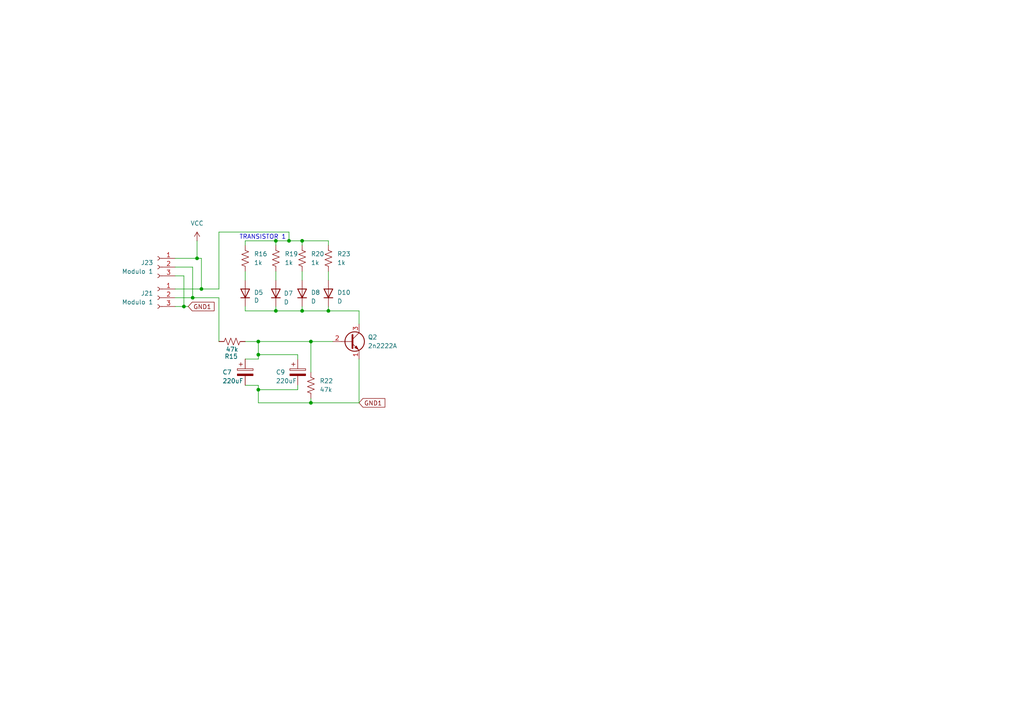
<source format=kicad_sch>
(kicad_sch (version 20250114) (generator "eeschema") (generator_version "9.0")
  (paper "A4")
  (title_block (title "esquemático 03 - módulos"))
  (lib_symbols
    (symbol "Connector:Conn_01x03_Socket" (pin_names (offset 1.016) (hide yes))
      (property "Reference" "J" (at 0 5.08 0))
      (property "Value" "Conn_01x03_Socket" (at 0 -5.08 0))
      (symbol "Conn_01x03_Socket_1_1"
        (polyline (pts (xy -1.27 2.54) (xy -0.508 2.54)) (stroke (width 0.1524)))
        (polyline (pts (xy -1.27 0) (xy -0.508 0)) (stroke (width 0.1524)))
        (polyline (pts (xy -1.27 -2.54) (xy -0.508 -2.54)) (stroke (width 0.1524)))
        (arc (start 0 2.032) (mid -0.5058 2.54) (end 0 3.048) (stroke (width 0.1524)))
        (arc (start 0 -0.508) (mid -0.5058 0) (end 0 0.508) (stroke (width 0.1524)))
        (arc (start 0 -3.048) (mid -0.5058 -2.54) (end 0 -2.032) (stroke (width 0.1524)))
        (pin passive line (at -5.08 2.54 0) (length 3.81) (name "Pin_1") (number "1"))
        (pin passive line (at -5.08 0 0) (length 3.81) (name "Pin_2") (number "2"))
        (pin passive line (at -5.08 -2.54 0) (length 3.81) (name "Pin_3") (number "3"))
      )
    )
    (symbol "Device:C_Polarized" (pin_numbers (hide yes)) (pin_names (offset 0.254))
      (property "Reference" "C" (at 0.635 2.54 0))
      (property "Value" "C_Polarized" (at 0.635 -2.54 0))
      (symbol "C_Polarized_0_1"
        (rectangle (start -2.286 0.508) (end 2.286 1.016))
        (polyline (pts (xy -1.778 2.286) (xy -0.762 2.286)))
        (polyline (pts (xy -1.27 2.794) (xy -1.27 1.778)))
        (rectangle (start 2.286 -0.508) (end -2.286 -1.016) (fill (type outline)))
      )
      (symbol "C_Polarized_1_1"
        (pin passive line (at 0 3.81 270) (length 2.794) (name "~") (number "1"))
        (pin passive line (at 0 -3.81 90) (length 2.794) (name "~") (number "2"))
      )
    )
    (symbol "Device:D" (pin_numbers (hide yes)) (pin_names (offset 1.016) (hide yes))
      (property "Reference" "D" (at 0 2.54 0))
      (property "Value" "D" (at 0 -2.54 0))
      (symbol "D_0_1"
        (polyline (pts (xy -1.27 1.27) (xy -1.27 -1.27)) (stroke (width 0.254)))
        (polyline (pts (xy 1.27 1.27) (xy 1.27 -1.27) (xy -1.27 0) (xy 1.27 1.27)) (stroke (width 0.254)))
        (polyline (pts (xy 1.27 0) (xy -1.27 0)))
      )
      (symbol "D_1_1"
        (pin passive line (at -3.81 0 0) (length 2.54) (name "K") (number "1"))
        (pin passive line (at 3.81 0 180) (length 2.54) (name "A") (number "2"))
      )
    )
    (symbol "Device:R_US" (pin_numbers (hide yes)) (pin_names (offset 0))
      (property "Reference" "R" (at 2.54 0 90))
      (property "Value" "R_US" (at -2.54 0 90))
      (symbol "R_US_0_1"
        (polyline (pts (xy 0 2.286) (xy 0 2.54)))
        (polyline (pts (xy 0 2.286) (xy 1.016 1.905) (xy 0 1.524) (xy -1.016 1.143) (xy 0 0.762)))
        (polyline (pts (xy 0 0.762) (xy 1.016 0.381) (xy 0 0) (xy -1.016 -0.381) (xy 0 -0.762)))
        (polyline (pts (xy 0 -0.762) (xy 1.016 -1.143) (xy 0 -1.524) (xy -1.016 -1.905) (xy 0 -2.286)))
        (polyline (pts (xy 0 -2.286) (xy 0 -2.54)))
      )
      (symbol "R_US_1_1"
        (pin passive line (at 0 3.81 270) (length 1.27) (name "~") (number "1"))
        (pin passive line (at 0 -3.81 90) (length 1.27) (name "~") (number "2"))
      )
    )
    (symbol "Transistor_BJT:2N2219" (pin_names (offset 0) (hide yes))
      (property "Reference" "Q" (at 5.08 1.905 0))
      (property "Value" "2N2219" (at 5.08 0 0))
      (symbol "2N2219_0_1"
        (polyline (pts (xy -2.54 0) (xy 0.635 0)))
        (polyline (pts (xy 0.635 1.905) (xy 0.635 -1.905)) (stroke (width 0.508)))
        (circle (center 1.27 0) (radius 2.8194) (stroke (width 0.254)))
      )
      (symbol "2N2219_1_1"
        (polyline (pts (xy 0.635 0.635) (xy 2.54 2.54)))
        (polyline (pts (xy 0.635 -0.635) (xy 2.54 -2.54)))
        (polyline (pts (xy 1.27 -1.778) (xy 1.778 -1.27) (xy 2.286 -2.286) (xy 1.27 -1.778)) (fill (type outline)))
        (pin input line (at -5.08 0 0) (length 2.54) (name "B") (number "2"))
        (pin passive line (at 2.54 5.08 270) (length 2.54) (name "C") (number "3"))
        (pin passive line (at 2.54 -5.08 90) (length 2.54) (name "E") (number "1"))
      )
    )
    (symbol "power:VCC" (power) (pin_numbers (hide yes)) (pin_names (offset 0) (hide yes))
      (property "Value" "VCC" (at 0 3.556 0))
      (symbol "VCC_0_1"
        (polyline (pts (xy -0.762 1.27) (xy 0 2.54)))
        (polyline (pts (xy 0 2.54) (xy 0.762 1.27)))
        (polyline (pts (xy 0 0) (xy 0 2.54)))
      )
      (symbol "VCC_1_1"
        (pin power_in line (at 0 0 90) (length 0) (name "~") (number "1"))
      )
    )
  )
  (text "TRANSISTOR 1" (at 76.2 68.834 0) (effects (font (size 1.27 1.27))))
  (junction (at 74.93 113.03))
  (junction (at 74.93 99.06))
  (junction (at 58.42 83.82))
  (junction (at 83.82 69.85))
  (junction (at 95.25 90.17))
  (junction (at 57.15 74.93))
  (junction (at 80.01 69.85))
  (junction (at 55.88 86.36))
  (junction (at 90.17 99.06))
  (junction (at 87.63 90.17))
  (junction (at 80.01 90.17))
  (junction (at 87.63 69.85))
  (junction (at 74.93 102.87))
  (junction (at 53.34 88.9))
  (junction (at 90.17 116.84))
  (wire (pts (xy 86.36 111.76) (xy 86.36 113.03)))
  (wire (pts (xy 90.17 99.06) (xy 90.17 107.95)))
  (wire (pts (xy 83.82 67.31) (xy 83.82 69.85)))
  (wire (pts (xy 95.25 78.74) (xy 95.25 81.28)))
  (wire (pts (xy 74.93 113.03) (xy 74.93 116.84)))
  (wire (pts (xy 87.63 71.12) (xy 87.63 69.85)))
  (wire (pts (xy 55.88 86.36) (xy 63.5 86.36)))
  (wire (pts (xy 71.12 78.74) (xy 71.12 81.28)))
  (wire (pts (xy 71.12 71.12) (xy 71.12 69.85)))
  (wire (pts (xy 58.42 83.82) (xy 50.8 83.82)))
  (wire (pts (xy 74.93 102.87) (xy 86.36 102.87)))
  (wire (pts (xy 50.8 88.9) (xy 53.34 88.9)))
  (wire (pts (xy 50.8 77.47) (xy 55.88 77.47)))
  (wire (pts (xy 74.93 99.06) (xy 90.17 99.06)))
  (wire (pts (xy 104.14 104.14) (xy 104.14 116.84)))
  (wire (pts (xy 74.93 99.06) (xy 74.93 102.87)))
  (wire (pts (xy 63.5 86.36) (xy 63.5 99.06)))
  (wire (pts (xy 90.17 116.84) (xy 104.14 116.84)))
  (wire (pts (xy 74.93 111.76) (xy 71.12 111.76)))
  (wire (pts (xy 55.88 77.47) (xy 55.88 86.36)))
  (wire (pts (xy 104.14 90.17) (xy 104.14 93.98)))
  (wire (pts (xy 87.63 90.17) (xy 95.25 90.17)))
  (wire (pts (xy 83.82 69.85) (xy 87.63 69.85)))
  (wire (pts (xy 63.5 67.31) (xy 83.82 67.31)))
  (wire (pts (xy 53.34 80.01) (xy 53.34 88.9)))
  (wire (pts (xy 50.8 80.01) (xy 53.34 80.01)))
  (wire (pts (xy 63.5 83.82) (xy 58.42 83.82)))
  (wire (pts (xy 71.12 99.06) (xy 74.93 99.06)))
  (wire (pts (xy 71.12 69.85) (xy 80.01 69.85)))
  (wire (pts (xy 74.93 113.03) (xy 86.36 113.03)))
  (wire (pts (xy 95.25 71.12) (xy 95.25 69.85)))
  (wire (pts (xy 80.01 71.12) (xy 80.01 69.85)))
  (wire (pts (xy 74.93 102.87) (xy 74.93 104.14)))
  (wire (pts (xy 80.01 90.17) (xy 87.63 90.17)))
  (wire (pts (xy 86.36 104.14) (xy 86.36 102.87)))
  (wire (pts (xy 58.42 74.93) (xy 58.42 83.82)))
  (wire (pts (xy 50.8 86.36) (xy 55.88 86.36)))
  (wire (pts (xy 74.93 111.76) (xy 74.93 113.03)))
  (wire (pts (xy 53.34 88.9) (xy 54.61 88.9)))
  (wire (pts (xy 63.5 67.31) (xy 63.5 83.82)))
  (wire (pts (xy 74.93 104.14) (xy 71.12 104.14)))
  (wire (pts (xy 87.63 78.74) (xy 87.63 81.28)))
  (wire (pts (xy 90.17 115.57) (xy 90.17 116.84)))
  (wire (pts (xy 74.93 116.84) (xy 90.17 116.84)))
  (wire (pts (xy 95.25 88.9) (xy 95.25 90.17)))
  (wire (pts (xy 57.15 69.85) (xy 57.15 74.93)))
  (wire (pts (xy 71.12 88.9) (xy 71.12 90.17)))
  (wire (pts (xy 57.15 74.93) (xy 58.42 74.93)))
  (wire (pts (xy 80.01 88.9) (xy 80.01 90.17)))
  (wire (pts (xy 95.25 90.17) (xy 104.14 90.17)))
  (wire (pts (xy 95.25 69.85) (xy 87.63 69.85)))
  (wire (pts (xy 87.63 88.9) (xy 87.63 90.17)))
  (wire (pts (xy 80.01 78.74) (xy 80.01 81.28)))
  (wire (pts (xy 50.8 74.93) (xy 57.15 74.93)))
  (wire (pts (xy 71.12 90.17) (xy 80.01 90.17)))
  (wire (pts (xy 90.17 99.06) (xy 96.52 99.06)))
  (wire (pts (xy 80.01 69.85) (xy 83.82 69.85)))
  (global_label "GND1" (shape input) (at 104.14 116.84 0) (property "Intersheetrefs" "${INTERSHEET_REFS}" (effects (hide yes))))
  (global_label "GND1" (shape input) (at 54.61 88.9 0) (property "Intersheetrefs" "${INTERSHEET_REFS}" (effects (hide yes))))
  (symbol (lib_id "Transistor_BJT:2N2219") (at 101.6 99.06 0) (unit 1)
    (property "Reference" "Q2" (at 106.68 97.7899 0) (effects (justify left)))
    (property "Value" "2n2222A" (at 106.68 100.3299 0) (effects (justify left)))
    (property "Footprint" "Package_TO_SOT_THT:TO-92" (effects (hide yes)))
    (property "Datasheet" "http://www.onsemi.com/pub_link/Collateral/2N2219-D.PDF" (effects (hide yes)))
    (property "Description" "800mA Ic, 50V Vce, NPN Transistor, TO-39" (effects (hide yes)))
  )
  (symbol (lib_id "Device:R_US") (at 95.25 74.93 0) (unit 1)
    (property "Reference" "R23" (at 97.79 73.6599 0) (effects (justify left)))
    (property "Value" "1k" (at 97.79 76.1999 0) (effects (justify left)))
    (property "Footprint" "Resistor_THT:R_Axial_DIN0207_L6.3mm_D2.5mm_P10.16mm_Horizontal" (effects (hide yes)))
    (property "Description" "Resistor, US symbol" (effects (hide yes)))
  )
  (symbol (lib_id "Device:R_US") (at 80.01 74.93 0) (unit 1)
    (property "Reference" "R19" (at 82.55 73.6599 0) (effects (justify left)))
    (property "Value" "1k" (at 82.55 76.1999 0) (effects (justify left)))
    (property "Footprint" "Resistor_THT:R_Axial_DIN0207_L6.3mm_D2.5mm_P10.16mm_Horizontal" (effects (hide yes)))
    (property "Description" "Resistor, US symbol" (effects (hide yes)))
  )
  (symbol (lib_id "Connector:Conn_01x03_Socket") (at 45.72 86.36 0) (mirror y) (unit 1)
    (property "Reference" "J21" (at 44.45 85.0899 0) (effects (justify left)))
    (property "Value" "Modulo 1" (at 44.45 87.6299 0) (effects (justify left)))
    (property "Footprint" "Connector_PinHeader_2.54mm:PinHeader_1x03_P2.54mm_Vertical" (effects (hide yes)))
    (property "Description" "Generic connector, single row, 01x03, script generated" (effects (hide yes)))
  )
  (symbol (lib_id "Device:D") (at 71.12 85.09 90) (unit 1)
    (property "Reference" "D5" (at 73.66 84.836 90) (effects (justify right)))
    (property "Value" "D" (at 73.66 87.122 90) (effects (justify right)))
    (property "Footprint" "LED_THT:LED_D5.0mm" (effects (hide yes)))
    (property "Description" "Diode" (effects (hide yes)))
    (property "Sim.Device" "D" (effects (hide yes)))
    (property "Sim.Pins" "1=K 2=A" (effects (hide yes)))
  )
  (symbol (lib_id "Connector:Conn_01x03_Socket") (at 45.72 77.47 0) (mirror y) (unit 1)
    (property "Reference" "J23" (at 44.45 76.1999 0) (effects (justify left)))
    (property "Value" "Modulo 1" (at 44.45 78.7399 0) (effects (justify left)))
    (property "Footprint" "Connector_PinHeader_2.54mm:PinHeader_1x03_P2.54mm_Vertical" (effects (hide yes)))
    (property "Description" "Generic connector, single row, 01x03, script generated" (effects (hide yes)))
  )
  (symbol (lib_id "Device:R_US") (at 71.12 74.93 0) (unit 1)
    (property "Reference" "R16" (at 73.66 73.6599 0) (effects (justify left)))
    (property "Value" "1k" (at 73.66 76.1999 0) (effects (justify left)))
    (property "Footprint" "Resistor_THT:R_Axial_DIN0207_L6.3mm_D2.5mm_P10.16mm_Horizontal" (effects (hide yes)))
    (property "Description" "Resistor, US symbol" (effects (hide yes)))
  )
  (symbol (lib_id "Device:R_US") (at 87.63 74.93 0) (unit 1)
    (property "Reference" "R20" (at 90.17 73.6599 0) (effects (justify left)))
    (property "Value" "1k" (at 90.17 76.1999 0) (effects (justify left)))
    (property "Footprint" "Resistor_THT:R_Axial_DIN0207_L6.3mm_D2.5mm_P10.16mm_Horizontal" (effects (hide yes)))
    (property "Description" "Resistor, US symbol" (effects (hide yes)))
  )
  (symbol (lib_id "Device:C_Polarized") (at 71.12 107.95 0) (unit 1)
    (property "Reference" "C7" (at 64.516 107.95 0) (effects (justify left)))
    (property "Value" "220uF" (at 64.516 110.49 0) (effects (justify left)))
    (property "Footprint" "Capacitor_THT:CP_Radial_D6.3mm_P2.50mm" (effects (hide yes)))
    (property "Description" "Polarized capacitor" (effects (hide yes)))
  )
  (symbol (lib_id "Device:D") (at 80.01 85.09 90) (unit 1)
    (property "Reference" "D7" (at 82.296 85.09 90) (effects (justify right)))
    (property "Value" "D" (at 82.296 87.63 90) (effects (justify right)))
    (property "Footprint" "LED_THT:LED_D5.0mm" (effects (hide yes)))
    (property "Description" "Diode" (effects (hide yes)))
    (property "Sim.Device" "D" (effects (hide yes)))
    (property "Sim.Pins" "1=K 2=A" (effects (hide yes)))
  )
  (symbol (lib_id "Device:C_Polarized") (at 86.36 107.95 0) (unit 1)
    (property "Reference" "C9" (at 80.01 107.95 0) (effects (justify left)))
    (property "Value" "220uF" (at 80.01 110.49 0) (effects (justify left)))
    (property "Footprint" "Capacitor_THT:CP_Radial_D6.3mm_P2.50mm" (effects (hide yes)))
    (property "Description" "Polarized capacitor" (effects (hide yes)))
  )
  (symbol (lib_id "power:VCC") (at 57.15 69.85 0) (unit 1)
    (property "Reference" "#PWR04" (effects (hide yes)))
    (property "Value" "VCC" (at 57.15 64.77 0))
    (property "Description" "Power symbol creates a global label with name \"VCC\"" (effects (hide yes)))
  )
  (symbol (lib_id "Device:R_US") (at 67.31 99.06 90) (unit 1)
    (property "Reference" "R15" (at 67.056 103.378 90))
    (property "Value" "47k" (at 67.31 101.346 90))
    (property "Footprint" "Resistor_THT:R_Axial_DIN0207_L6.3mm_D2.5mm_P10.16mm_Horizontal" (effects (hide yes)))
    (property "Description" "Resistor, US symbol" (effects (hide yes)))
  )
  (symbol (lib_id "Device:R_US") (at 90.17 111.76 0) (unit 1)
    (property "Reference" "R22" (at 92.71 110.4899 0) (effects (justify left)))
    (property "Value" "47k" (at 92.71 113.0299 0) (effects (justify left)))
    (property "Footprint" "Resistor_THT:R_Axial_DIN0207_L6.3mm_D2.5mm_P10.16mm_Horizontal" (effects (hide yes)))
    (property "Description" "Resistor, US symbol" (effects (hide yes)))
  )
  (symbol (lib_id "Device:D") (at 95.25 85.09 90) (unit 1)
    (property "Reference" "D10" (at 97.79 84.836 90) (effects (justify right)))
    (property "Value" "D" (at 97.79 87.376 90) (effects (justify right)))
    (property "Footprint" "LED_THT:LED_D5.0mm" (effects (hide yes)))
    (property "Description" "Diode" (effects (hide yes)))
    (property "Sim.Device" "D" (effects (hide yes)))
    (property "Sim.Pins" "1=K 2=A" (effects (hide yes)))
  )
  (symbol (lib_id "Device:D") (at 87.63 85.09 90) (unit 1)
    (property "Reference" "D8" (at 90.17 84.836 90) (effects (justify right)))
    (property "Value" "D" (at 90.17 87.376 90) (effects (justify right)))
    (property "Footprint" "LED_THT:LED_D5.0mm" (effects (hide yes)))
    (property "Description" "Diode" (effects (hide yes)))
    (property "Sim.Device" "D" (effects (hide yes)))
    (property "Sim.Pins" "1=K 2=A" (effects (hide yes)))
  )
)
</source>
